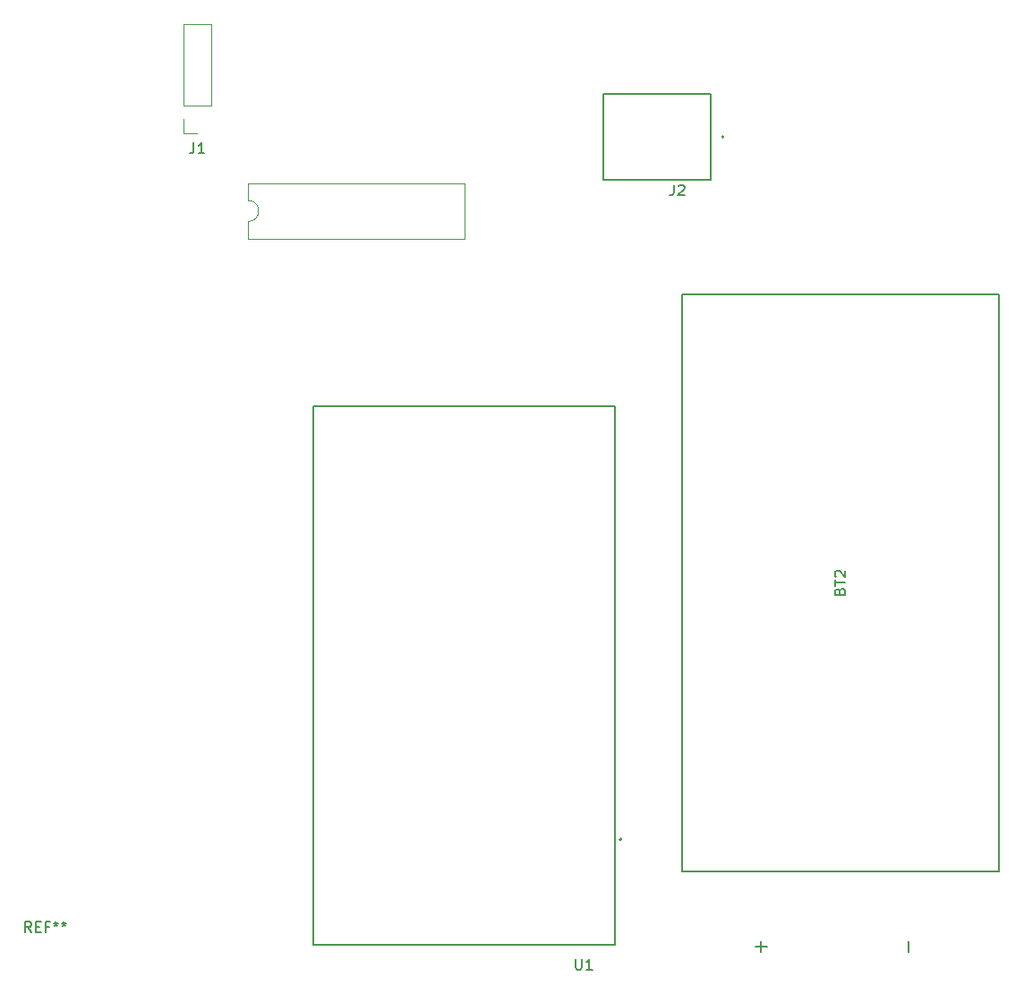
<source format=gbr>
%TF.GenerationSoftware,KiCad,Pcbnew,9.0.0*%
%TF.CreationDate,2025-03-03T21:57:05-05:00*%
%TF.ProjectId,Espacio inmersivo_esp 32,45737061-6369-46f2-9069-6e6d65727369,rev?*%
%TF.SameCoordinates,Original*%
%TF.FileFunction,Legend,Top*%
%TF.FilePolarity,Positive*%
%FSLAX46Y46*%
G04 Gerber Fmt 4.6, Leading zero omitted, Abs format (unit mm)*
G04 Created by KiCad (PCBNEW 9.0.0) date 2025-03-03 21:57:05*
%MOMM*%
%LPD*%
G01*
G04 APERTURE LIST*
%ADD10C,0.150000*%
%ADD11C,0.127000*%
%ADD12C,0.200000*%
%ADD13C,0.120000*%
G04 APERTURE END LIST*
D10*
X91763095Y-119779819D02*
X91763095Y-120589342D01*
X91763095Y-120589342D02*
X91810714Y-120684580D01*
X91810714Y-120684580D02*
X91858333Y-120732200D01*
X91858333Y-120732200D02*
X91953571Y-120779819D01*
X91953571Y-120779819D02*
X92144047Y-120779819D01*
X92144047Y-120779819D02*
X92239285Y-120732200D01*
X92239285Y-120732200D02*
X92286904Y-120684580D01*
X92286904Y-120684580D02*
X92334523Y-120589342D01*
X92334523Y-120589342D02*
X92334523Y-119779819D01*
X93334523Y-120779819D02*
X92763095Y-120779819D01*
X93048809Y-120779819D02*
X93048809Y-119779819D01*
X93048809Y-119779819D02*
X92953571Y-119922676D01*
X92953571Y-119922676D02*
X92858333Y-120017914D01*
X92858333Y-120017914D02*
X92763095Y-120065533D01*
X116756009Y-84980714D02*
X116803628Y-84837857D01*
X116803628Y-84837857D02*
X116851247Y-84790238D01*
X116851247Y-84790238D02*
X116946485Y-84742619D01*
X116946485Y-84742619D02*
X117089342Y-84742619D01*
X117089342Y-84742619D02*
X117184580Y-84790238D01*
X117184580Y-84790238D02*
X117232200Y-84837857D01*
X117232200Y-84837857D02*
X117279819Y-84933095D01*
X117279819Y-84933095D02*
X117279819Y-85314047D01*
X117279819Y-85314047D02*
X116279819Y-85314047D01*
X116279819Y-85314047D02*
X116279819Y-84980714D01*
X116279819Y-84980714D02*
X116327438Y-84885476D01*
X116327438Y-84885476D02*
X116375057Y-84837857D01*
X116375057Y-84837857D02*
X116470295Y-84790238D01*
X116470295Y-84790238D02*
X116565533Y-84790238D01*
X116565533Y-84790238D02*
X116660771Y-84837857D01*
X116660771Y-84837857D02*
X116708390Y-84885476D01*
X116708390Y-84885476D02*
X116756009Y-84980714D01*
X116756009Y-84980714D02*
X116756009Y-85314047D01*
X116279819Y-84456904D02*
X116279819Y-83885476D01*
X117279819Y-84171190D02*
X116279819Y-84171190D01*
X116375057Y-83599761D02*
X116327438Y-83552142D01*
X116327438Y-83552142D02*
X116279819Y-83456904D01*
X116279819Y-83456904D02*
X116279819Y-83218809D01*
X116279819Y-83218809D02*
X116327438Y-83123571D01*
X116327438Y-83123571D02*
X116375057Y-83075952D01*
X116375057Y-83075952D02*
X116470295Y-83028333D01*
X116470295Y-83028333D02*
X116565533Y-83028333D01*
X116565533Y-83028333D02*
X116708390Y-83075952D01*
X116708390Y-83075952D02*
X117279819Y-83647380D01*
X117279819Y-83647380D02*
X117279819Y-83028333D01*
X123281533Y-119148332D02*
X123281533Y-118081666D01*
X109311533Y-119148332D02*
X109311533Y-118081666D01*
X109844866Y-118614999D02*
X108778200Y-118614999D01*
X40266666Y-117254819D02*
X39933333Y-116778628D01*
X39695238Y-117254819D02*
X39695238Y-116254819D01*
X39695238Y-116254819D02*
X40076190Y-116254819D01*
X40076190Y-116254819D02*
X40171428Y-116302438D01*
X40171428Y-116302438D02*
X40219047Y-116350057D01*
X40219047Y-116350057D02*
X40266666Y-116445295D01*
X40266666Y-116445295D02*
X40266666Y-116588152D01*
X40266666Y-116588152D02*
X40219047Y-116683390D01*
X40219047Y-116683390D02*
X40171428Y-116731009D01*
X40171428Y-116731009D02*
X40076190Y-116778628D01*
X40076190Y-116778628D02*
X39695238Y-116778628D01*
X40695238Y-116731009D02*
X41028571Y-116731009D01*
X41171428Y-117254819D02*
X40695238Y-117254819D01*
X40695238Y-117254819D02*
X40695238Y-116254819D01*
X40695238Y-116254819D02*
X41171428Y-116254819D01*
X41933333Y-116731009D02*
X41600000Y-116731009D01*
X41600000Y-117254819D02*
X41600000Y-116254819D01*
X41600000Y-116254819D02*
X42076190Y-116254819D01*
X42600000Y-116254819D02*
X42600000Y-116492914D01*
X42361905Y-116397676D02*
X42600000Y-116492914D01*
X42600000Y-116492914D02*
X42838095Y-116397676D01*
X42457143Y-116683390D02*
X42600000Y-116492914D01*
X42600000Y-116492914D02*
X42742857Y-116683390D01*
X43361905Y-116254819D02*
X43361905Y-116492914D01*
X43123810Y-116397676D02*
X43361905Y-116492914D01*
X43361905Y-116492914D02*
X43600000Y-116397676D01*
X43219048Y-116683390D02*
X43361905Y-116492914D01*
X43361905Y-116492914D02*
X43504762Y-116683390D01*
X101059166Y-46514819D02*
X101059166Y-47229104D01*
X101059166Y-47229104D02*
X101011547Y-47371961D01*
X101011547Y-47371961D02*
X100916309Y-47467200D01*
X100916309Y-47467200D02*
X100773452Y-47514819D01*
X100773452Y-47514819D02*
X100678214Y-47514819D01*
X101487738Y-46610057D02*
X101535357Y-46562438D01*
X101535357Y-46562438D02*
X101630595Y-46514819D01*
X101630595Y-46514819D02*
X101868690Y-46514819D01*
X101868690Y-46514819D02*
X101963928Y-46562438D01*
X101963928Y-46562438D02*
X102011547Y-46610057D01*
X102011547Y-46610057D02*
X102059166Y-46705295D01*
X102059166Y-46705295D02*
X102059166Y-46800533D01*
X102059166Y-46800533D02*
X102011547Y-46943390D01*
X102011547Y-46943390D02*
X101440119Y-47514819D01*
X101440119Y-47514819D02*
X102059166Y-47514819D01*
X55641666Y-42524819D02*
X55641666Y-43239104D01*
X55641666Y-43239104D02*
X55594047Y-43381961D01*
X55594047Y-43381961D02*
X55498809Y-43477200D01*
X55498809Y-43477200D02*
X55355952Y-43524819D01*
X55355952Y-43524819D02*
X55260714Y-43524819D01*
X56641666Y-43524819D02*
X56070238Y-43524819D01*
X56355952Y-43524819D02*
X56355952Y-42524819D01*
X56355952Y-42524819D02*
X56260714Y-42667676D01*
X56260714Y-42667676D02*
X56165476Y-42762914D01*
X56165476Y-42762914D02*
X56070238Y-42810533D01*
D11*
%TO.C,U1*%
X66940000Y-67490000D02*
X95450000Y-67490000D01*
X66940000Y-118440000D02*
X66940000Y-67490000D01*
X66940000Y-118440000D02*
X66940000Y-67490000D01*
X72390000Y-67490000D02*
X66940000Y-67490000D01*
X77670000Y-118440000D02*
X66940000Y-118440000D01*
X84381000Y-118440000D02*
X77670000Y-118440000D01*
X90080000Y-67490000D02*
X72390000Y-67490000D01*
X95450000Y-67490000D02*
X90080000Y-67490000D01*
X95450000Y-67490000D02*
X95450000Y-118440000D01*
X95450000Y-67490000D02*
X95450000Y-118440000D01*
X95450000Y-118440000D02*
X66940000Y-118440000D01*
X95450000Y-118440000D02*
X84381000Y-118440000D01*
D12*
X96120000Y-108480000D02*
G75*
G02*
X95920000Y-108480000I-100000J0D01*
G01*
X95920000Y-108480000D02*
G75*
G02*
X96120000Y-108480000I100000J0D01*
G01*
D11*
%TO.C,BT2*%
X101840000Y-56890000D02*
X131810000Y-56890000D01*
X101840000Y-111500000D02*
X101840000Y-56890000D01*
X131810000Y-56890000D02*
X131810000Y-111500000D01*
X131810000Y-111500000D02*
X101840000Y-111500000D01*
D13*
%TO.C,U2*%
X60780000Y-46345000D02*
X60780000Y-47995000D01*
X60780000Y-49995000D02*
X60780000Y-51645000D01*
X60780000Y-51645000D02*
X81220000Y-51645000D01*
X81220000Y-46345000D02*
X60780000Y-46345000D01*
X81220000Y-51645000D02*
X81220000Y-46345000D01*
X60780000Y-47995000D02*
G75*
G02*
X60780000Y-49995000I0J-1000000D01*
G01*
D11*
%TO.C,J2*%
X94407500Y-37925000D02*
X94407500Y-46075000D01*
X94407500Y-46075000D02*
X104567500Y-46075000D01*
X104567500Y-37925000D02*
X94407500Y-37925000D01*
X104567500Y-46075000D02*
X104567500Y-37925000D01*
D12*
X105767500Y-41975000D02*
G75*
G02*
X105567500Y-41975000I-100000J0D01*
G01*
X105567500Y-41975000D02*
G75*
G02*
X105767500Y-41975000I100000J0D01*
G01*
D13*
%TO.C,J1*%
X54645000Y-39030000D02*
X54645000Y-31350000D01*
X54645000Y-41630000D02*
X54645000Y-40300000D01*
X55975000Y-41630000D02*
X54645000Y-41630000D01*
X57305000Y-31350000D02*
X54645000Y-31350000D01*
X57305000Y-39030000D02*
X54645000Y-39030000D01*
X57305000Y-39030000D02*
X57305000Y-31350000D01*
%TD*%
M02*

</source>
